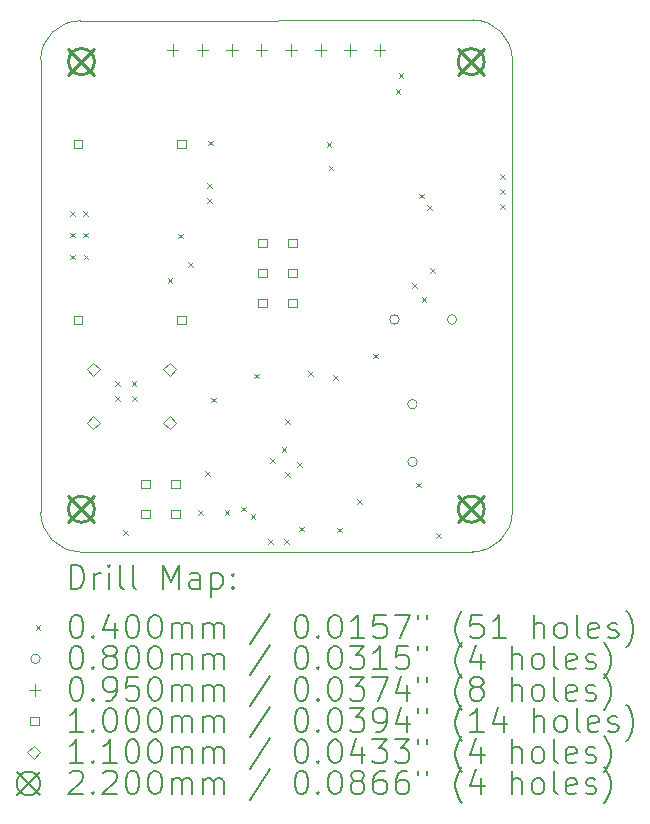
<source format=gbr>
%TF.GenerationSoftware,KiCad,Pcbnew,(6.0.9)*%
%TF.CreationDate,2023-01-15T18:08:33+00:00*%
%TF.ProjectId,CanBus-Radio-VAG,43616e42-7573-42d5-9261-64696f2d5641,1.0*%
%TF.SameCoordinates,Original*%
%TF.FileFunction,Drillmap*%
%TF.FilePolarity,Positive*%
%FSLAX45Y45*%
G04 Gerber Fmt 4.5, Leading zero omitted, Abs format (unit mm)*
G04 Created by KiCad (PCBNEW (6.0.9)) date 2023-01-15 18:08:33*
%MOMM*%
%LPD*%
G01*
G04 APERTURE LIST*
%ADD10C,0.050000*%
%ADD11C,0.200000*%
%ADD12C,0.040000*%
%ADD13C,0.080000*%
%ADD14C,0.095000*%
%ADD15C,0.100000*%
%ADD16C,0.110000*%
%ADD17C,0.220000*%
G04 APERTURE END LIST*
D10*
X10661650Y-9499600D02*
G75*
G03*
X10998140Y-9169399I0J336550D01*
G01*
X7004050Y-9163050D02*
G75*
G03*
X7334251Y-9499540I336550J0D01*
G01*
X10998200Y-5334000D02*
G75*
G03*
X10667999Y-4997510I-336550J0D01*
G01*
X7340600Y-5003800D02*
G75*
G03*
X7004110Y-5334001I0J-336550D01*
G01*
X7004110Y-5334001D02*
X7004050Y-9163050D01*
X10661650Y-9499600D02*
X7334251Y-9499540D01*
X10998200Y-5334000D02*
X10998140Y-9169399D01*
X7340600Y-5003800D02*
X10668000Y-4997450D01*
D11*
D12*
X7252020Y-6614480D02*
X7292020Y-6654480D01*
X7292020Y-6614480D02*
X7252020Y-6654480D01*
X7252020Y-6797360D02*
X7292020Y-6837360D01*
X7292020Y-6797360D02*
X7252020Y-6837360D01*
X7257100Y-6985320D02*
X7297100Y-7025320D01*
X7297100Y-6985320D02*
X7257100Y-7025320D01*
X7363780Y-6614480D02*
X7403780Y-6654480D01*
X7403780Y-6614480D02*
X7363780Y-6654480D01*
X7363780Y-6797360D02*
X7403780Y-6837360D01*
X7403780Y-6797360D02*
X7363780Y-6837360D01*
X7368860Y-6985320D02*
X7408860Y-7025320D01*
X7408860Y-6985320D02*
X7368860Y-7025320D01*
X7638100Y-8057200D02*
X7678100Y-8097200D01*
X7678100Y-8057200D02*
X7638100Y-8097200D01*
X7638100Y-8184200D02*
X7678100Y-8224200D01*
X7678100Y-8184200D02*
X7638100Y-8224200D01*
X7704140Y-9317040D02*
X7744140Y-9357040D01*
X7744140Y-9317040D02*
X7704140Y-9357040D01*
X7775260Y-8057200D02*
X7815260Y-8097200D01*
X7815260Y-8057200D02*
X7775260Y-8097200D01*
X7780340Y-8184200D02*
X7820340Y-8224200D01*
X7820340Y-8184200D02*
X7780340Y-8224200D01*
X8080060Y-7183440D02*
X8120060Y-7223440D01*
X8120060Y-7183440D02*
X8080060Y-7223440D01*
X8166420Y-6807520D02*
X8206420Y-6847520D01*
X8206420Y-6807520D02*
X8166420Y-6847520D01*
X8252780Y-7046280D02*
X8292780Y-7086280D01*
X8292780Y-7046280D02*
X8252780Y-7086280D01*
X8339140Y-9149400D02*
X8379140Y-9189400D01*
X8379140Y-9149400D02*
X8339140Y-9189400D01*
X8400016Y-8819284D02*
X8440016Y-8859284D01*
X8440016Y-8819284D02*
X8400016Y-8859284D01*
X8415340Y-6380800D02*
X8455340Y-6420800D01*
X8455340Y-6380800D02*
X8415340Y-6420800D01*
X8415340Y-6504319D02*
X8455340Y-6544319D01*
X8455340Y-6504319D02*
X8415340Y-6544319D01*
X8423901Y-6019783D02*
X8463901Y-6059783D01*
X8463901Y-6019783D02*
X8423901Y-6059783D01*
X8450900Y-8194360D02*
X8490900Y-8234360D01*
X8490900Y-8194360D02*
X8450900Y-8234360D01*
X8562660Y-9149400D02*
X8602660Y-9189400D01*
X8602660Y-9149400D02*
X8562660Y-9189400D01*
X8699820Y-9118920D02*
X8739820Y-9158920D01*
X8739820Y-9118920D02*
X8699820Y-9158920D01*
X8782321Y-9180378D02*
X8822321Y-9220378D01*
X8822321Y-9180378D02*
X8782321Y-9220378D01*
X8811580Y-7991160D02*
X8851580Y-8031160D01*
X8851580Y-7991160D02*
X8811580Y-8031160D01*
X8933500Y-9393240D02*
X8973500Y-9433240D01*
X8973500Y-9393240D02*
X8933500Y-9433240D01*
X8948740Y-8707440D02*
X8988740Y-8747440D01*
X8988740Y-8707440D02*
X8948740Y-8747440D01*
X9045260Y-8616000D02*
X9085260Y-8656000D01*
X9085260Y-8616000D02*
X9045260Y-8656000D01*
X9067042Y-9394702D02*
X9107042Y-9434702D01*
X9107042Y-9394702D02*
X9067042Y-9434702D01*
X9075740Y-8377240D02*
X9115740Y-8417240D01*
X9115740Y-8377240D02*
X9075740Y-8417240D01*
X9075740Y-8824280D02*
X9115740Y-8864280D01*
X9115740Y-8824280D02*
X9075740Y-8864280D01*
X9177340Y-8743000D02*
X9217340Y-8783000D01*
X9217340Y-8743000D02*
X9177340Y-8783000D01*
X9192580Y-9286560D02*
X9232580Y-9326560D01*
X9232580Y-9286560D02*
X9192580Y-9326560D01*
X9272360Y-7969339D02*
X9312360Y-8009339D01*
X9312360Y-7969339D02*
X9272360Y-8009339D01*
X9426260Y-6030280D02*
X9466260Y-6070280D01*
X9466260Y-6030280D02*
X9426260Y-6070280D01*
X9441884Y-6230281D02*
X9481884Y-6270281D01*
X9481884Y-6230281D02*
X9441884Y-6270281D01*
X9482140Y-8006400D02*
X9522140Y-8046400D01*
X9522140Y-8006400D02*
X9482140Y-8046400D01*
X9512620Y-9296720D02*
X9552620Y-9336720D01*
X9552620Y-9296720D02*
X9512620Y-9336720D01*
X9685340Y-9052880D02*
X9725340Y-9092880D01*
X9725340Y-9052880D02*
X9685340Y-9092880D01*
X9822500Y-7822161D02*
X9862500Y-7862161D01*
X9862500Y-7822161D02*
X9822500Y-7862161D01*
X10010460Y-5583240D02*
X10050460Y-5623240D01*
X10050460Y-5583240D02*
X10010460Y-5623240D01*
X10035860Y-5446080D02*
X10075860Y-5486080D01*
X10075860Y-5446080D02*
X10035860Y-5486080D01*
X10147620Y-7224080D02*
X10187620Y-7264080D01*
X10187620Y-7224080D02*
X10147620Y-7264080D01*
X10183180Y-8915720D02*
X10223180Y-8955720D01*
X10223180Y-8915720D02*
X10183180Y-8955720D01*
X10208580Y-6467160D02*
X10248580Y-6507160D01*
X10248580Y-6467160D02*
X10208580Y-6507160D01*
X10230120Y-7346000D02*
X10270120Y-7386000D01*
X10270120Y-7346000D02*
X10230120Y-7386000D01*
X10274620Y-6563680D02*
X10314620Y-6603680D01*
X10314620Y-6563680D02*
X10274620Y-6603680D01*
X10300020Y-7097080D02*
X10340020Y-7137080D01*
X10340020Y-7097080D02*
X10300020Y-7137080D01*
X10355900Y-9342440D02*
X10395900Y-9382440D01*
X10395900Y-9342440D02*
X10355900Y-9382440D01*
X10894380Y-6304600D02*
X10934380Y-6344600D01*
X10934380Y-6304600D02*
X10894380Y-6344600D01*
X10894380Y-6431600D02*
X10934380Y-6471600D01*
X10934380Y-6431600D02*
X10894380Y-6471600D01*
X10894380Y-6558600D02*
X10934380Y-6598600D01*
X10934380Y-6558600D02*
X10894380Y-6598600D01*
D13*
X10039660Y-7533640D02*
G75*
G03*
X10039660Y-7533640I-40000J0D01*
G01*
X10192380Y-8249920D02*
G75*
G03*
X10192380Y-8249920I-40000J0D01*
G01*
X10192380Y-8737920D02*
G75*
G03*
X10192380Y-8737920I-40000J0D01*
G01*
X10527660Y-7533640D02*
G75*
G03*
X10527660Y-7533640I-40000J0D01*
G01*
D14*
X8124250Y-5203950D02*
X8124250Y-5298950D01*
X8076750Y-5251450D02*
X8171750Y-5251450D01*
X8374250Y-5203950D02*
X8374250Y-5298950D01*
X8326750Y-5251450D02*
X8421750Y-5251450D01*
X8624250Y-5203950D02*
X8624250Y-5298950D01*
X8576750Y-5251450D02*
X8671750Y-5251450D01*
X8874250Y-5203950D02*
X8874250Y-5298950D01*
X8826750Y-5251450D02*
X8921750Y-5251450D01*
X9124250Y-5203950D02*
X9124250Y-5298950D01*
X9076750Y-5251450D02*
X9171750Y-5251450D01*
X9374250Y-5203950D02*
X9374250Y-5298950D01*
X9326750Y-5251450D02*
X9421750Y-5251450D01*
X9624250Y-5203950D02*
X9624250Y-5298950D01*
X9576750Y-5251450D02*
X9671750Y-5251450D01*
X9874250Y-5203950D02*
X9874250Y-5298950D01*
X9826750Y-5251450D02*
X9921750Y-5251450D01*
D15*
X7358206Y-6080556D02*
X7358206Y-6009844D01*
X7287494Y-6009844D01*
X7287494Y-6080556D01*
X7358206Y-6080556D01*
X7358206Y-7570556D02*
X7358206Y-7499844D01*
X7287494Y-7499844D01*
X7287494Y-7570556D01*
X7358206Y-7570556D01*
X7928406Y-8963456D02*
X7928406Y-8892744D01*
X7857694Y-8892744D01*
X7857694Y-8963456D01*
X7928406Y-8963456D01*
X7928406Y-9217456D02*
X7928406Y-9146744D01*
X7857694Y-9146744D01*
X7857694Y-9217456D01*
X7928406Y-9217456D01*
X8182406Y-8963456D02*
X8182406Y-8892744D01*
X8111694Y-8892744D01*
X8111694Y-8963456D01*
X8182406Y-8963456D01*
X8182406Y-9217456D02*
X8182406Y-9146744D01*
X8111694Y-9146744D01*
X8111694Y-9217456D01*
X8182406Y-9217456D01*
X8233206Y-6080556D02*
X8233206Y-6009844D01*
X8162494Y-6009844D01*
X8162494Y-6080556D01*
X8233206Y-6080556D01*
X8233206Y-7570556D02*
X8233206Y-7499844D01*
X8162494Y-7499844D01*
X8162494Y-7570556D01*
X8233206Y-7570556D01*
X8919006Y-6918756D02*
X8919006Y-6848044D01*
X8848294Y-6848044D01*
X8848294Y-6918756D01*
X8919006Y-6918756D01*
X8919006Y-7172756D02*
X8919006Y-7102044D01*
X8848294Y-7102044D01*
X8848294Y-7172756D01*
X8919006Y-7172756D01*
X8919006Y-7426756D02*
X8919006Y-7356044D01*
X8848294Y-7356044D01*
X8848294Y-7426756D01*
X8919006Y-7426756D01*
X9173006Y-6918756D02*
X9173006Y-6848044D01*
X9102294Y-6848044D01*
X9102294Y-6918756D01*
X9173006Y-6918756D01*
X9173006Y-7172756D02*
X9173006Y-7102044D01*
X9102294Y-7102044D01*
X9102294Y-7172756D01*
X9173006Y-7172756D01*
X9173006Y-7426756D02*
X9173006Y-7356044D01*
X9102294Y-7356044D01*
X9102294Y-7426756D01*
X9173006Y-7426756D01*
D16*
X7448550Y-8011550D02*
X7503550Y-7956550D01*
X7448550Y-7901550D01*
X7393550Y-7956550D01*
X7448550Y-8011550D01*
X7448550Y-8461550D02*
X7503550Y-8406550D01*
X7448550Y-8351550D01*
X7393550Y-8406550D01*
X7448550Y-8461550D01*
X8098550Y-8011550D02*
X8153550Y-7956550D01*
X8098550Y-7901550D01*
X8043550Y-7956550D01*
X8098550Y-8011550D01*
X8098550Y-8461550D02*
X8153550Y-8406550D01*
X8098550Y-8351550D01*
X8043550Y-8406550D01*
X8098550Y-8461550D01*
D17*
X7240000Y-5240000D02*
X7460000Y-5460000D01*
X7460000Y-5240000D02*
X7240000Y-5460000D01*
X7460000Y-5350000D02*
G75*
G03*
X7460000Y-5350000I-110000J0D01*
G01*
X7240000Y-9030000D02*
X7460000Y-9250000D01*
X7460000Y-9030000D02*
X7240000Y-9250000D01*
X7460000Y-9140000D02*
G75*
G03*
X7460000Y-9140000I-110000J0D01*
G01*
X10540000Y-5240000D02*
X10760000Y-5460000D01*
X10760000Y-5240000D02*
X10540000Y-5460000D01*
X10760000Y-5350000D02*
G75*
G03*
X10760000Y-5350000I-110000J0D01*
G01*
X10540000Y-9030000D02*
X10760000Y-9250000D01*
X10760000Y-9030000D02*
X10540000Y-9250000D01*
X10760000Y-9140000D02*
G75*
G03*
X10760000Y-9140000I-110000J0D01*
G01*
D11*
X7259169Y-9812576D02*
X7259169Y-9612576D01*
X7306788Y-9612576D01*
X7335359Y-9622100D01*
X7354407Y-9641148D01*
X7363931Y-9660195D01*
X7373455Y-9698290D01*
X7373455Y-9726862D01*
X7363931Y-9764957D01*
X7354407Y-9784005D01*
X7335359Y-9803052D01*
X7306788Y-9812576D01*
X7259169Y-9812576D01*
X7459169Y-9812576D02*
X7459169Y-9679243D01*
X7459169Y-9717338D02*
X7468693Y-9698290D01*
X7478217Y-9688767D01*
X7497264Y-9679243D01*
X7516312Y-9679243D01*
X7582978Y-9812576D02*
X7582978Y-9679243D01*
X7582978Y-9612576D02*
X7573455Y-9622100D01*
X7582978Y-9631624D01*
X7592502Y-9622100D01*
X7582978Y-9612576D01*
X7582978Y-9631624D01*
X7706788Y-9812576D02*
X7687740Y-9803052D01*
X7678217Y-9784005D01*
X7678217Y-9612576D01*
X7811550Y-9812576D02*
X7792502Y-9803052D01*
X7782978Y-9784005D01*
X7782978Y-9612576D01*
X8040121Y-9812576D02*
X8040121Y-9612576D01*
X8106788Y-9755433D01*
X8173455Y-9612576D01*
X8173455Y-9812576D01*
X8354407Y-9812576D02*
X8354407Y-9707814D01*
X8344883Y-9688767D01*
X8325836Y-9679243D01*
X8287740Y-9679243D01*
X8268693Y-9688767D01*
X8354407Y-9803052D02*
X8335359Y-9812576D01*
X8287740Y-9812576D01*
X8268693Y-9803052D01*
X8259169Y-9784005D01*
X8259169Y-9764957D01*
X8268693Y-9745910D01*
X8287740Y-9736386D01*
X8335359Y-9736386D01*
X8354407Y-9726862D01*
X8449645Y-9679243D02*
X8449645Y-9879243D01*
X8449645Y-9688767D02*
X8468693Y-9679243D01*
X8506788Y-9679243D01*
X8525836Y-9688767D01*
X8535360Y-9698290D01*
X8544883Y-9717338D01*
X8544883Y-9774481D01*
X8535360Y-9793529D01*
X8525836Y-9803052D01*
X8506788Y-9812576D01*
X8468693Y-9812576D01*
X8449645Y-9803052D01*
X8630598Y-9793529D02*
X8640121Y-9803052D01*
X8630598Y-9812576D01*
X8621074Y-9803052D01*
X8630598Y-9793529D01*
X8630598Y-9812576D01*
X8630598Y-9688767D02*
X8640121Y-9698290D01*
X8630598Y-9707814D01*
X8621074Y-9698290D01*
X8630598Y-9688767D01*
X8630598Y-9707814D01*
D12*
X6961550Y-10122100D02*
X7001550Y-10162100D01*
X7001550Y-10122100D02*
X6961550Y-10162100D01*
D11*
X7297264Y-10032576D02*
X7316312Y-10032576D01*
X7335359Y-10042100D01*
X7344883Y-10051624D01*
X7354407Y-10070671D01*
X7363931Y-10108767D01*
X7363931Y-10156386D01*
X7354407Y-10194481D01*
X7344883Y-10213529D01*
X7335359Y-10223052D01*
X7316312Y-10232576D01*
X7297264Y-10232576D01*
X7278217Y-10223052D01*
X7268693Y-10213529D01*
X7259169Y-10194481D01*
X7249645Y-10156386D01*
X7249645Y-10108767D01*
X7259169Y-10070671D01*
X7268693Y-10051624D01*
X7278217Y-10042100D01*
X7297264Y-10032576D01*
X7449645Y-10213529D02*
X7459169Y-10223052D01*
X7449645Y-10232576D01*
X7440121Y-10223052D01*
X7449645Y-10213529D01*
X7449645Y-10232576D01*
X7630598Y-10099243D02*
X7630598Y-10232576D01*
X7582978Y-10023052D02*
X7535359Y-10165910D01*
X7659169Y-10165910D01*
X7773455Y-10032576D02*
X7792502Y-10032576D01*
X7811550Y-10042100D01*
X7821074Y-10051624D01*
X7830598Y-10070671D01*
X7840121Y-10108767D01*
X7840121Y-10156386D01*
X7830598Y-10194481D01*
X7821074Y-10213529D01*
X7811550Y-10223052D01*
X7792502Y-10232576D01*
X7773455Y-10232576D01*
X7754407Y-10223052D01*
X7744883Y-10213529D01*
X7735359Y-10194481D01*
X7725836Y-10156386D01*
X7725836Y-10108767D01*
X7735359Y-10070671D01*
X7744883Y-10051624D01*
X7754407Y-10042100D01*
X7773455Y-10032576D01*
X7963931Y-10032576D02*
X7982978Y-10032576D01*
X8002026Y-10042100D01*
X8011550Y-10051624D01*
X8021074Y-10070671D01*
X8030598Y-10108767D01*
X8030598Y-10156386D01*
X8021074Y-10194481D01*
X8011550Y-10213529D01*
X8002026Y-10223052D01*
X7982978Y-10232576D01*
X7963931Y-10232576D01*
X7944883Y-10223052D01*
X7935359Y-10213529D01*
X7925836Y-10194481D01*
X7916312Y-10156386D01*
X7916312Y-10108767D01*
X7925836Y-10070671D01*
X7935359Y-10051624D01*
X7944883Y-10042100D01*
X7963931Y-10032576D01*
X8116312Y-10232576D02*
X8116312Y-10099243D01*
X8116312Y-10118290D02*
X8125836Y-10108767D01*
X8144883Y-10099243D01*
X8173455Y-10099243D01*
X8192502Y-10108767D01*
X8202026Y-10127814D01*
X8202026Y-10232576D01*
X8202026Y-10127814D02*
X8211550Y-10108767D01*
X8230598Y-10099243D01*
X8259169Y-10099243D01*
X8278217Y-10108767D01*
X8287740Y-10127814D01*
X8287740Y-10232576D01*
X8382978Y-10232576D02*
X8382978Y-10099243D01*
X8382978Y-10118290D02*
X8392502Y-10108767D01*
X8411550Y-10099243D01*
X8440121Y-10099243D01*
X8459169Y-10108767D01*
X8468693Y-10127814D01*
X8468693Y-10232576D01*
X8468693Y-10127814D02*
X8478217Y-10108767D01*
X8497264Y-10099243D01*
X8525836Y-10099243D01*
X8544883Y-10108767D01*
X8554407Y-10127814D01*
X8554407Y-10232576D01*
X8944883Y-10023052D02*
X8773455Y-10280195D01*
X9202026Y-10032576D02*
X9221074Y-10032576D01*
X9240121Y-10042100D01*
X9249645Y-10051624D01*
X9259169Y-10070671D01*
X9268693Y-10108767D01*
X9268693Y-10156386D01*
X9259169Y-10194481D01*
X9249645Y-10213529D01*
X9240121Y-10223052D01*
X9221074Y-10232576D01*
X9202026Y-10232576D01*
X9182979Y-10223052D01*
X9173455Y-10213529D01*
X9163931Y-10194481D01*
X9154407Y-10156386D01*
X9154407Y-10108767D01*
X9163931Y-10070671D01*
X9173455Y-10051624D01*
X9182979Y-10042100D01*
X9202026Y-10032576D01*
X9354407Y-10213529D02*
X9363931Y-10223052D01*
X9354407Y-10232576D01*
X9344883Y-10223052D01*
X9354407Y-10213529D01*
X9354407Y-10232576D01*
X9487740Y-10032576D02*
X9506788Y-10032576D01*
X9525836Y-10042100D01*
X9535360Y-10051624D01*
X9544883Y-10070671D01*
X9554407Y-10108767D01*
X9554407Y-10156386D01*
X9544883Y-10194481D01*
X9535360Y-10213529D01*
X9525836Y-10223052D01*
X9506788Y-10232576D01*
X9487740Y-10232576D01*
X9468693Y-10223052D01*
X9459169Y-10213529D01*
X9449645Y-10194481D01*
X9440121Y-10156386D01*
X9440121Y-10108767D01*
X9449645Y-10070671D01*
X9459169Y-10051624D01*
X9468693Y-10042100D01*
X9487740Y-10032576D01*
X9744883Y-10232576D02*
X9630598Y-10232576D01*
X9687740Y-10232576D02*
X9687740Y-10032576D01*
X9668693Y-10061148D01*
X9649645Y-10080195D01*
X9630598Y-10089719D01*
X9925836Y-10032576D02*
X9830598Y-10032576D01*
X9821074Y-10127814D01*
X9830598Y-10118290D01*
X9849645Y-10108767D01*
X9897264Y-10108767D01*
X9916312Y-10118290D01*
X9925836Y-10127814D01*
X9935360Y-10146862D01*
X9935360Y-10194481D01*
X9925836Y-10213529D01*
X9916312Y-10223052D01*
X9897264Y-10232576D01*
X9849645Y-10232576D01*
X9830598Y-10223052D01*
X9821074Y-10213529D01*
X10002026Y-10032576D02*
X10135360Y-10032576D01*
X10049645Y-10232576D01*
X10202026Y-10032576D02*
X10202026Y-10070671D01*
X10278217Y-10032576D02*
X10278217Y-10070671D01*
X10573455Y-10308767D02*
X10563931Y-10299243D01*
X10544883Y-10270671D01*
X10535360Y-10251624D01*
X10525836Y-10223052D01*
X10516312Y-10175433D01*
X10516312Y-10137338D01*
X10525836Y-10089719D01*
X10535360Y-10061148D01*
X10544883Y-10042100D01*
X10563931Y-10013529D01*
X10573455Y-10004005D01*
X10744883Y-10032576D02*
X10649645Y-10032576D01*
X10640121Y-10127814D01*
X10649645Y-10118290D01*
X10668693Y-10108767D01*
X10716312Y-10108767D01*
X10735360Y-10118290D01*
X10744883Y-10127814D01*
X10754407Y-10146862D01*
X10754407Y-10194481D01*
X10744883Y-10213529D01*
X10735360Y-10223052D01*
X10716312Y-10232576D01*
X10668693Y-10232576D01*
X10649645Y-10223052D01*
X10640121Y-10213529D01*
X10944883Y-10232576D02*
X10830598Y-10232576D01*
X10887740Y-10232576D02*
X10887740Y-10032576D01*
X10868693Y-10061148D01*
X10849645Y-10080195D01*
X10830598Y-10089719D01*
X11182979Y-10232576D02*
X11182979Y-10032576D01*
X11268693Y-10232576D02*
X11268693Y-10127814D01*
X11259169Y-10108767D01*
X11240121Y-10099243D01*
X11211550Y-10099243D01*
X11192502Y-10108767D01*
X11182979Y-10118290D01*
X11392502Y-10232576D02*
X11373455Y-10223052D01*
X11363931Y-10213529D01*
X11354407Y-10194481D01*
X11354407Y-10137338D01*
X11363931Y-10118290D01*
X11373455Y-10108767D01*
X11392502Y-10099243D01*
X11421074Y-10099243D01*
X11440121Y-10108767D01*
X11449645Y-10118290D01*
X11459169Y-10137338D01*
X11459169Y-10194481D01*
X11449645Y-10213529D01*
X11440121Y-10223052D01*
X11421074Y-10232576D01*
X11392502Y-10232576D01*
X11573455Y-10232576D02*
X11554407Y-10223052D01*
X11544883Y-10204005D01*
X11544883Y-10032576D01*
X11725836Y-10223052D02*
X11706788Y-10232576D01*
X11668693Y-10232576D01*
X11649645Y-10223052D01*
X11640121Y-10204005D01*
X11640121Y-10127814D01*
X11649645Y-10108767D01*
X11668693Y-10099243D01*
X11706788Y-10099243D01*
X11725836Y-10108767D01*
X11735359Y-10127814D01*
X11735359Y-10146862D01*
X11640121Y-10165910D01*
X11811550Y-10223052D02*
X11830598Y-10232576D01*
X11868693Y-10232576D01*
X11887740Y-10223052D01*
X11897264Y-10204005D01*
X11897264Y-10194481D01*
X11887740Y-10175433D01*
X11868693Y-10165910D01*
X11840121Y-10165910D01*
X11821074Y-10156386D01*
X11811550Y-10137338D01*
X11811550Y-10127814D01*
X11821074Y-10108767D01*
X11840121Y-10099243D01*
X11868693Y-10099243D01*
X11887740Y-10108767D01*
X11963931Y-10308767D02*
X11973455Y-10299243D01*
X11992502Y-10270671D01*
X12002026Y-10251624D01*
X12011550Y-10223052D01*
X12021074Y-10175433D01*
X12021074Y-10137338D01*
X12011550Y-10089719D01*
X12002026Y-10061148D01*
X11992502Y-10042100D01*
X11973455Y-10013529D01*
X11963931Y-10004005D01*
D13*
X7001550Y-10406100D02*
G75*
G03*
X7001550Y-10406100I-40000J0D01*
G01*
D11*
X7297264Y-10296576D02*
X7316312Y-10296576D01*
X7335359Y-10306100D01*
X7344883Y-10315624D01*
X7354407Y-10334671D01*
X7363931Y-10372767D01*
X7363931Y-10420386D01*
X7354407Y-10458481D01*
X7344883Y-10477529D01*
X7335359Y-10487052D01*
X7316312Y-10496576D01*
X7297264Y-10496576D01*
X7278217Y-10487052D01*
X7268693Y-10477529D01*
X7259169Y-10458481D01*
X7249645Y-10420386D01*
X7249645Y-10372767D01*
X7259169Y-10334671D01*
X7268693Y-10315624D01*
X7278217Y-10306100D01*
X7297264Y-10296576D01*
X7449645Y-10477529D02*
X7459169Y-10487052D01*
X7449645Y-10496576D01*
X7440121Y-10487052D01*
X7449645Y-10477529D01*
X7449645Y-10496576D01*
X7573455Y-10382290D02*
X7554407Y-10372767D01*
X7544883Y-10363243D01*
X7535359Y-10344195D01*
X7535359Y-10334671D01*
X7544883Y-10315624D01*
X7554407Y-10306100D01*
X7573455Y-10296576D01*
X7611550Y-10296576D01*
X7630598Y-10306100D01*
X7640121Y-10315624D01*
X7649645Y-10334671D01*
X7649645Y-10344195D01*
X7640121Y-10363243D01*
X7630598Y-10372767D01*
X7611550Y-10382290D01*
X7573455Y-10382290D01*
X7554407Y-10391814D01*
X7544883Y-10401338D01*
X7535359Y-10420386D01*
X7535359Y-10458481D01*
X7544883Y-10477529D01*
X7554407Y-10487052D01*
X7573455Y-10496576D01*
X7611550Y-10496576D01*
X7630598Y-10487052D01*
X7640121Y-10477529D01*
X7649645Y-10458481D01*
X7649645Y-10420386D01*
X7640121Y-10401338D01*
X7630598Y-10391814D01*
X7611550Y-10382290D01*
X7773455Y-10296576D02*
X7792502Y-10296576D01*
X7811550Y-10306100D01*
X7821074Y-10315624D01*
X7830598Y-10334671D01*
X7840121Y-10372767D01*
X7840121Y-10420386D01*
X7830598Y-10458481D01*
X7821074Y-10477529D01*
X7811550Y-10487052D01*
X7792502Y-10496576D01*
X7773455Y-10496576D01*
X7754407Y-10487052D01*
X7744883Y-10477529D01*
X7735359Y-10458481D01*
X7725836Y-10420386D01*
X7725836Y-10372767D01*
X7735359Y-10334671D01*
X7744883Y-10315624D01*
X7754407Y-10306100D01*
X7773455Y-10296576D01*
X7963931Y-10296576D02*
X7982978Y-10296576D01*
X8002026Y-10306100D01*
X8011550Y-10315624D01*
X8021074Y-10334671D01*
X8030598Y-10372767D01*
X8030598Y-10420386D01*
X8021074Y-10458481D01*
X8011550Y-10477529D01*
X8002026Y-10487052D01*
X7982978Y-10496576D01*
X7963931Y-10496576D01*
X7944883Y-10487052D01*
X7935359Y-10477529D01*
X7925836Y-10458481D01*
X7916312Y-10420386D01*
X7916312Y-10372767D01*
X7925836Y-10334671D01*
X7935359Y-10315624D01*
X7944883Y-10306100D01*
X7963931Y-10296576D01*
X8116312Y-10496576D02*
X8116312Y-10363243D01*
X8116312Y-10382290D02*
X8125836Y-10372767D01*
X8144883Y-10363243D01*
X8173455Y-10363243D01*
X8192502Y-10372767D01*
X8202026Y-10391814D01*
X8202026Y-10496576D01*
X8202026Y-10391814D02*
X8211550Y-10372767D01*
X8230598Y-10363243D01*
X8259169Y-10363243D01*
X8278217Y-10372767D01*
X8287740Y-10391814D01*
X8287740Y-10496576D01*
X8382978Y-10496576D02*
X8382978Y-10363243D01*
X8382978Y-10382290D02*
X8392502Y-10372767D01*
X8411550Y-10363243D01*
X8440121Y-10363243D01*
X8459169Y-10372767D01*
X8468693Y-10391814D01*
X8468693Y-10496576D01*
X8468693Y-10391814D02*
X8478217Y-10372767D01*
X8497264Y-10363243D01*
X8525836Y-10363243D01*
X8544883Y-10372767D01*
X8554407Y-10391814D01*
X8554407Y-10496576D01*
X8944883Y-10287052D02*
X8773455Y-10544195D01*
X9202026Y-10296576D02*
X9221074Y-10296576D01*
X9240121Y-10306100D01*
X9249645Y-10315624D01*
X9259169Y-10334671D01*
X9268693Y-10372767D01*
X9268693Y-10420386D01*
X9259169Y-10458481D01*
X9249645Y-10477529D01*
X9240121Y-10487052D01*
X9221074Y-10496576D01*
X9202026Y-10496576D01*
X9182979Y-10487052D01*
X9173455Y-10477529D01*
X9163931Y-10458481D01*
X9154407Y-10420386D01*
X9154407Y-10372767D01*
X9163931Y-10334671D01*
X9173455Y-10315624D01*
X9182979Y-10306100D01*
X9202026Y-10296576D01*
X9354407Y-10477529D02*
X9363931Y-10487052D01*
X9354407Y-10496576D01*
X9344883Y-10487052D01*
X9354407Y-10477529D01*
X9354407Y-10496576D01*
X9487740Y-10296576D02*
X9506788Y-10296576D01*
X9525836Y-10306100D01*
X9535360Y-10315624D01*
X9544883Y-10334671D01*
X9554407Y-10372767D01*
X9554407Y-10420386D01*
X9544883Y-10458481D01*
X9535360Y-10477529D01*
X9525836Y-10487052D01*
X9506788Y-10496576D01*
X9487740Y-10496576D01*
X9468693Y-10487052D01*
X9459169Y-10477529D01*
X9449645Y-10458481D01*
X9440121Y-10420386D01*
X9440121Y-10372767D01*
X9449645Y-10334671D01*
X9459169Y-10315624D01*
X9468693Y-10306100D01*
X9487740Y-10296576D01*
X9621074Y-10296576D02*
X9744883Y-10296576D01*
X9678217Y-10372767D01*
X9706788Y-10372767D01*
X9725836Y-10382290D01*
X9735360Y-10391814D01*
X9744883Y-10410862D01*
X9744883Y-10458481D01*
X9735360Y-10477529D01*
X9725836Y-10487052D01*
X9706788Y-10496576D01*
X9649645Y-10496576D01*
X9630598Y-10487052D01*
X9621074Y-10477529D01*
X9935360Y-10496576D02*
X9821074Y-10496576D01*
X9878217Y-10496576D02*
X9878217Y-10296576D01*
X9859169Y-10325148D01*
X9840121Y-10344195D01*
X9821074Y-10353719D01*
X10116312Y-10296576D02*
X10021074Y-10296576D01*
X10011550Y-10391814D01*
X10021074Y-10382290D01*
X10040121Y-10372767D01*
X10087740Y-10372767D01*
X10106788Y-10382290D01*
X10116312Y-10391814D01*
X10125836Y-10410862D01*
X10125836Y-10458481D01*
X10116312Y-10477529D01*
X10106788Y-10487052D01*
X10087740Y-10496576D01*
X10040121Y-10496576D01*
X10021074Y-10487052D01*
X10011550Y-10477529D01*
X10202026Y-10296576D02*
X10202026Y-10334671D01*
X10278217Y-10296576D02*
X10278217Y-10334671D01*
X10573455Y-10572767D02*
X10563931Y-10563243D01*
X10544883Y-10534671D01*
X10535360Y-10515624D01*
X10525836Y-10487052D01*
X10516312Y-10439433D01*
X10516312Y-10401338D01*
X10525836Y-10353719D01*
X10535360Y-10325148D01*
X10544883Y-10306100D01*
X10563931Y-10277529D01*
X10573455Y-10268005D01*
X10735360Y-10363243D02*
X10735360Y-10496576D01*
X10687740Y-10287052D02*
X10640121Y-10429910D01*
X10763931Y-10429910D01*
X10992502Y-10496576D02*
X10992502Y-10296576D01*
X11078217Y-10496576D02*
X11078217Y-10391814D01*
X11068693Y-10372767D01*
X11049645Y-10363243D01*
X11021074Y-10363243D01*
X11002026Y-10372767D01*
X10992502Y-10382290D01*
X11202026Y-10496576D02*
X11182979Y-10487052D01*
X11173455Y-10477529D01*
X11163931Y-10458481D01*
X11163931Y-10401338D01*
X11173455Y-10382290D01*
X11182979Y-10372767D01*
X11202026Y-10363243D01*
X11230598Y-10363243D01*
X11249645Y-10372767D01*
X11259169Y-10382290D01*
X11268693Y-10401338D01*
X11268693Y-10458481D01*
X11259169Y-10477529D01*
X11249645Y-10487052D01*
X11230598Y-10496576D01*
X11202026Y-10496576D01*
X11382978Y-10496576D02*
X11363931Y-10487052D01*
X11354407Y-10468005D01*
X11354407Y-10296576D01*
X11535359Y-10487052D02*
X11516312Y-10496576D01*
X11478217Y-10496576D01*
X11459169Y-10487052D01*
X11449645Y-10468005D01*
X11449645Y-10391814D01*
X11459169Y-10372767D01*
X11478217Y-10363243D01*
X11516312Y-10363243D01*
X11535359Y-10372767D01*
X11544883Y-10391814D01*
X11544883Y-10410862D01*
X11449645Y-10429910D01*
X11621074Y-10487052D02*
X11640121Y-10496576D01*
X11678217Y-10496576D01*
X11697264Y-10487052D01*
X11706788Y-10468005D01*
X11706788Y-10458481D01*
X11697264Y-10439433D01*
X11678217Y-10429910D01*
X11649645Y-10429910D01*
X11630598Y-10420386D01*
X11621074Y-10401338D01*
X11621074Y-10391814D01*
X11630598Y-10372767D01*
X11649645Y-10363243D01*
X11678217Y-10363243D01*
X11697264Y-10372767D01*
X11773455Y-10572767D02*
X11782978Y-10563243D01*
X11802026Y-10534671D01*
X11811550Y-10515624D01*
X11821074Y-10487052D01*
X11830598Y-10439433D01*
X11830598Y-10401338D01*
X11821074Y-10353719D01*
X11811550Y-10325148D01*
X11802026Y-10306100D01*
X11782978Y-10277529D01*
X11773455Y-10268005D01*
D14*
X6954050Y-10622600D02*
X6954050Y-10717600D01*
X6906550Y-10670100D02*
X7001550Y-10670100D01*
D11*
X7297264Y-10560576D02*
X7316312Y-10560576D01*
X7335359Y-10570100D01*
X7344883Y-10579624D01*
X7354407Y-10598671D01*
X7363931Y-10636767D01*
X7363931Y-10684386D01*
X7354407Y-10722481D01*
X7344883Y-10741529D01*
X7335359Y-10751052D01*
X7316312Y-10760576D01*
X7297264Y-10760576D01*
X7278217Y-10751052D01*
X7268693Y-10741529D01*
X7259169Y-10722481D01*
X7249645Y-10684386D01*
X7249645Y-10636767D01*
X7259169Y-10598671D01*
X7268693Y-10579624D01*
X7278217Y-10570100D01*
X7297264Y-10560576D01*
X7449645Y-10741529D02*
X7459169Y-10751052D01*
X7449645Y-10760576D01*
X7440121Y-10751052D01*
X7449645Y-10741529D01*
X7449645Y-10760576D01*
X7554407Y-10760576D02*
X7592502Y-10760576D01*
X7611550Y-10751052D01*
X7621074Y-10741529D01*
X7640121Y-10712957D01*
X7649645Y-10674862D01*
X7649645Y-10598671D01*
X7640121Y-10579624D01*
X7630598Y-10570100D01*
X7611550Y-10560576D01*
X7573455Y-10560576D01*
X7554407Y-10570100D01*
X7544883Y-10579624D01*
X7535359Y-10598671D01*
X7535359Y-10646290D01*
X7544883Y-10665338D01*
X7554407Y-10674862D01*
X7573455Y-10684386D01*
X7611550Y-10684386D01*
X7630598Y-10674862D01*
X7640121Y-10665338D01*
X7649645Y-10646290D01*
X7830598Y-10560576D02*
X7735359Y-10560576D01*
X7725836Y-10655814D01*
X7735359Y-10646290D01*
X7754407Y-10636767D01*
X7802026Y-10636767D01*
X7821074Y-10646290D01*
X7830598Y-10655814D01*
X7840121Y-10674862D01*
X7840121Y-10722481D01*
X7830598Y-10741529D01*
X7821074Y-10751052D01*
X7802026Y-10760576D01*
X7754407Y-10760576D01*
X7735359Y-10751052D01*
X7725836Y-10741529D01*
X7963931Y-10560576D02*
X7982978Y-10560576D01*
X8002026Y-10570100D01*
X8011550Y-10579624D01*
X8021074Y-10598671D01*
X8030598Y-10636767D01*
X8030598Y-10684386D01*
X8021074Y-10722481D01*
X8011550Y-10741529D01*
X8002026Y-10751052D01*
X7982978Y-10760576D01*
X7963931Y-10760576D01*
X7944883Y-10751052D01*
X7935359Y-10741529D01*
X7925836Y-10722481D01*
X7916312Y-10684386D01*
X7916312Y-10636767D01*
X7925836Y-10598671D01*
X7935359Y-10579624D01*
X7944883Y-10570100D01*
X7963931Y-10560576D01*
X8116312Y-10760576D02*
X8116312Y-10627243D01*
X8116312Y-10646290D02*
X8125836Y-10636767D01*
X8144883Y-10627243D01*
X8173455Y-10627243D01*
X8192502Y-10636767D01*
X8202026Y-10655814D01*
X8202026Y-10760576D01*
X8202026Y-10655814D02*
X8211550Y-10636767D01*
X8230598Y-10627243D01*
X8259169Y-10627243D01*
X8278217Y-10636767D01*
X8287740Y-10655814D01*
X8287740Y-10760576D01*
X8382978Y-10760576D02*
X8382978Y-10627243D01*
X8382978Y-10646290D02*
X8392502Y-10636767D01*
X8411550Y-10627243D01*
X8440121Y-10627243D01*
X8459169Y-10636767D01*
X8468693Y-10655814D01*
X8468693Y-10760576D01*
X8468693Y-10655814D02*
X8478217Y-10636767D01*
X8497264Y-10627243D01*
X8525836Y-10627243D01*
X8544883Y-10636767D01*
X8554407Y-10655814D01*
X8554407Y-10760576D01*
X8944883Y-10551052D02*
X8773455Y-10808195D01*
X9202026Y-10560576D02*
X9221074Y-10560576D01*
X9240121Y-10570100D01*
X9249645Y-10579624D01*
X9259169Y-10598671D01*
X9268693Y-10636767D01*
X9268693Y-10684386D01*
X9259169Y-10722481D01*
X9249645Y-10741529D01*
X9240121Y-10751052D01*
X9221074Y-10760576D01*
X9202026Y-10760576D01*
X9182979Y-10751052D01*
X9173455Y-10741529D01*
X9163931Y-10722481D01*
X9154407Y-10684386D01*
X9154407Y-10636767D01*
X9163931Y-10598671D01*
X9173455Y-10579624D01*
X9182979Y-10570100D01*
X9202026Y-10560576D01*
X9354407Y-10741529D02*
X9363931Y-10751052D01*
X9354407Y-10760576D01*
X9344883Y-10751052D01*
X9354407Y-10741529D01*
X9354407Y-10760576D01*
X9487740Y-10560576D02*
X9506788Y-10560576D01*
X9525836Y-10570100D01*
X9535360Y-10579624D01*
X9544883Y-10598671D01*
X9554407Y-10636767D01*
X9554407Y-10684386D01*
X9544883Y-10722481D01*
X9535360Y-10741529D01*
X9525836Y-10751052D01*
X9506788Y-10760576D01*
X9487740Y-10760576D01*
X9468693Y-10751052D01*
X9459169Y-10741529D01*
X9449645Y-10722481D01*
X9440121Y-10684386D01*
X9440121Y-10636767D01*
X9449645Y-10598671D01*
X9459169Y-10579624D01*
X9468693Y-10570100D01*
X9487740Y-10560576D01*
X9621074Y-10560576D02*
X9744883Y-10560576D01*
X9678217Y-10636767D01*
X9706788Y-10636767D01*
X9725836Y-10646290D01*
X9735360Y-10655814D01*
X9744883Y-10674862D01*
X9744883Y-10722481D01*
X9735360Y-10741529D01*
X9725836Y-10751052D01*
X9706788Y-10760576D01*
X9649645Y-10760576D01*
X9630598Y-10751052D01*
X9621074Y-10741529D01*
X9811550Y-10560576D02*
X9944883Y-10560576D01*
X9859169Y-10760576D01*
X10106788Y-10627243D02*
X10106788Y-10760576D01*
X10059169Y-10551052D02*
X10011550Y-10693910D01*
X10135360Y-10693910D01*
X10202026Y-10560576D02*
X10202026Y-10598671D01*
X10278217Y-10560576D02*
X10278217Y-10598671D01*
X10573455Y-10836767D02*
X10563931Y-10827243D01*
X10544883Y-10798671D01*
X10535360Y-10779624D01*
X10525836Y-10751052D01*
X10516312Y-10703433D01*
X10516312Y-10665338D01*
X10525836Y-10617719D01*
X10535360Y-10589148D01*
X10544883Y-10570100D01*
X10563931Y-10541529D01*
X10573455Y-10532005D01*
X10678217Y-10646290D02*
X10659169Y-10636767D01*
X10649645Y-10627243D01*
X10640121Y-10608195D01*
X10640121Y-10598671D01*
X10649645Y-10579624D01*
X10659169Y-10570100D01*
X10678217Y-10560576D01*
X10716312Y-10560576D01*
X10735360Y-10570100D01*
X10744883Y-10579624D01*
X10754407Y-10598671D01*
X10754407Y-10608195D01*
X10744883Y-10627243D01*
X10735360Y-10636767D01*
X10716312Y-10646290D01*
X10678217Y-10646290D01*
X10659169Y-10655814D01*
X10649645Y-10665338D01*
X10640121Y-10684386D01*
X10640121Y-10722481D01*
X10649645Y-10741529D01*
X10659169Y-10751052D01*
X10678217Y-10760576D01*
X10716312Y-10760576D01*
X10735360Y-10751052D01*
X10744883Y-10741529D01*
X10754407Y-10722481D01*
X10754407Y-10684386D01*
X10744883Y-10665338D01*
X10735360Y-10655814D01*
X10716312Y-10646290D01*
X10992502Y-10760576D02*
X10992502Y-10560576D01*
X11078217Y-10760576D02*
X11078217Y-10655814D01*
X11068693Y-10636767D01*
X11049645Y-10627243D01*
X11021074Y-10627243D01*
X11002026Y-10636767D01*
X10992502Y-10646290D01*
X11202026Y-10760576D02*
X11182979Y-10751052D01*
X11173455Y-10741529D01*
X11163931Y-10722481D01*
X11163931Y-10665338D01*
X11173455Y-10646290D01*
X11182979Y-10636767D01*
X11202026Y-10627243D01*
X11230598Y-10627243D01*
X11249645Y-10636767D01*
X11259169Y-10646290D01*
X11268693Y-10665338D01*
X11268693Y-10722481D01*
X11259169Y-10741529D01*
X11249645Y-10751052D01*
X11230598Y-10760576D01*
X11202026Y-10760576D01*
X11382978Y-10760576D02*
X11363931Y-10751052D01*
X11354407Y-10732005D01*
X11354407Y-10560576D01*
X11535359Y-10751052D02*
X11516312Y-10760576D01*
X11478217Y-10760576D01*
X11459169Y-10751052D01*
X11449645Y-10732005D01*
X11449645Y-10655814D01*
X11459169Y-10636767D01*
X11478217Y-10627243D01*
X11516312Y-10627243D01*
X11535359Y-10636767D01*
X11544883Y-10655814D01*
X11544883Y-10674862D01*
X11449645Y-10693910D01*
X11621074Y-10751052D02*
X11640121Y-10760576D01*
X11678217Y-10760576D01*
X11697264Y-10751052D01*
X11706788Y-10732005D01*
X11706788Y-10722481D01*
X11697264Y-10703433D01*
X11678217Y-10693910D01*
X11649645Y-10693910D01*
X11630598Y-10684386D01*
X11621074Y-10665338D01*
X11621074Y-10655814D01*
X11630598Y-10636767D01*
X11649645Y-10627243D01*
X11678217Y-10627243D01*
X11697264Y-10636767D01*
X11773455Y-10836767D02*
X11782978Y-10827243D01*
X11802026Y-10798671D01*
X11811550Y-10779624D01*
X11821074Y-10751052D01*
X11830598Y-10703433D01*
X11830598Y-10665338D01*
X11821074Y-10617719D01*
X11811550Y-10589148D01*
X11802026Y-10570100D01*
X11782978Y-10541529D01*
X11773455Y-10532005D01*
D15*
X6986906Y-10969456D02*
X6986906Y-10898744D01*
X6916194Y-10898744D01*
X6916194Y-10969456D01*
X6986906Y-10969456D01*
D11*
X7363931Y-11024576D02*
X7249645Y-11024576D01*
X7306788Y-11024576D02*
X7306788Y-10824576D01*
X7287740Y-10853148D01*
X7268693Y-10872195D01*
X7249645Y-10881719D01*
X7449645Y-11005529D02*
X7459169Y-11015052D01*
X7449645Y-11024576D01*
X7440121Y-11015052D01*
X7449645Y-11005529D01*
X7449645Y-11024576D01*
X7582978Y-10824576D02*
X7602026Y-10824576D01*
X7621074Y-10834100D01*
X7630598Y-10843624D01*
X7640121Y-10862671D01*
X7649645Y-10900767D01*
X7649645Y-10948386D01*
X7640121Y-10986481D01*
X7630598Y-11005529D01*
X7621074Y-11015052D01*
X7602026Y-11024576D01*
X7582978Y-11024576D01*
X7563931Y-11015052D01*
X7554407Y-11005529D01*
X7544883Y-10986481D01*
X7535359Y-10948386D01*
X7535359Y-10900767D01*
X7544883Y-10862671D01*
X7554407Y-10843624D01*
X7563931Y-10834100D01*
X7582978Y-10824576D01*
X7773455Y-10824576D02*
X7792502Y-10824576D01*
X7811550Y-10834100D01*
X7821074Y-10843624D01*
X7830598Y-10862671D01*
X7840121Y-10900767D01*
X7840121Y-10948386D01*
X7830598Y-10986481D01*
X7821074Y-11005529D01*
X7811550Y-11015052D01*
X7792502Y-11024576D01*
X7773455Y-11024576D01*
X7754407Y-11015052D01*
X7744883Y-11005529D01*
X7735359Y-10986481D01*
X7725836Y-10948386D01*
X7725836Y-10900767D01*
X7735359Y-10862671D01*
X7744883Y-10843624D01*
X7754407Y-10834100D01*
X7773455Y-10824576D01*
X7963931Y-10824576D02*
X7982978Y-10824576D01*
X8002026Y-10834100D01*
X8011550Y-10843624D01*
X8021074Y-10862671D01*
X8030598Y-10900767D01*
X8030598Y-10948386D01*
X8021074Y-10986481D01*
X8011550Y-11005529D01*
X8002026Y-11015052D01*
X7982978Y-11024576D01*
X7963931Y-11024576D01*
X7944883Y-11015052D01*
X7935359Y-11005529D01*
X7925836Y-10986481D01*
X7916312Y-10948386D01*
X7916312Y-10900767D01*
X7925836Y-10862671D01*
X7935359Y-10843624D01*
X7944883Y-10834100D01*
X7963931Y-10824576D01*
X8116312Y-11024576D02*
X8116312Y-10891243D01*
X8116312Y-10910290D02*
X8125836Y-10900767D01*
X8144883Y-10891243D01*
X8173455Y-10891243D01*
X8192502Y-10900767D01*
X8202026Y-10919814D01*
X8202026Y-11024576D01*
X8202026Y-10919814D02*
X8211550Y-10900767D01*
X8230598Y-10891243D01*
X8259169Y-10891243D01*
X8278217Y-10900767D01*
X8287740Y-10919814D01*
X8287740Y-11024576D01*
X8382978Y-11024576D02*
X8382978Y-10891243D01*
X8382978Y-10910290D02*
X8392502Y-10900767D01*
X8411550Y-10891243D01*
X8440121Y-10891243D01*
X8459169Y-10900767D01*
X8468693Y-10919814D01*
X8468693Y-11024576D01*
X8468693Y-10919814D02*
X8478217Y-10900767D01*
X8497264Y-10891243D01*
X8525836Y-10891243D01*
X8544883Y-10900767D01*
X8554407Y-10919814D01*
X8554407Y-11024576D01*
X8944883Y-10815052D02*
X8773455Y-11072195D01*
X9202026Y-10824576D02*
X9221074Y-10824576D01*
X9240121Y-10834100D01*
X9249645Y-10843624D01*
X9259169Y-10862671D01*
X9268693Y-10900767D01*
X9268693Y-10948386D01*
X9259169Y-10986481D01*
X9249645Y-11005529D01*
X9240121Y-11015052D01*
X9221074Y-11024576D01*
X9202026Y-11024576D01*
X9182979Y-11015052D01*
X9173455Y-11005529D01*
X9163931Y-10986481D01*
X9154407Y-10948386D01*
X9154407Y-10900767D01*
X9163931Y-10862671D01*
X9173455Y-10843624D01*
X9182979Y-10834100D01*
X9202026Y-10824576D01*
X9354407Y-11005529D02*
X9363931Y-11015052D01*
X9354407Y-11024576D01*
X9344883Y-11015052D01*
X9354407Y-11005529D01*
X9354407Y-11024576D01*
X9487740Y-10824576D02*
X9506788Y-10824576D01*
X9525836Y-10834100D01*
X9535360Y-10843624D01*
X9544883Y-10862671D01*
X9554407Y-10900767D01*
X9554407Y-10948386D01*
X9544883Y-10986481D01*
X9535360Y-11005529D01*
X9525836Y-11015052D01*
X9506788Y-11024576D01*
X9487740Y-11024576D01*
X9468693Y-11015052D01*
X9459169Y-11005529D01*
X9449645Y-10986481D01*
X9440121Y-10948386D01*
X9440121Y-10900767D01*
X9449645Y-10862671D01*
X9459169Y-10843624D01*
X9468693Y-10834100D01*
X9487740Y-10824576D01*
X9621074Y-10824576D02*
X9744883Y-10824576D01*
X9678217Y-10900767D01*
X9706788Y-10900767D01*
X9725836Y-10910290D01*
X9735360Y-10919814D01*
X9744883Y-10938862D01*
X9744883Y-10986481D01*
X9735360Y-11005529D01*
X9725836Y-11015052D01*
X9706788Y-11024576D01*
X9649645Y-11024576D01*
X9630598Y-11015052D01*
X9621074Y-11005529D01*
X9840121Y-11024576D02*
X9878217Y-11024576D01*
X9897264Y-11015052D01*
X9906788Y-11005529D01*
X9925836Y-10976957D01*
X9935360Y-10938862D01*
X9935360Y-10862671D01*
X9925836Y-10843624D01*
X9916312Y-10834100D01*
X9897264Y-10824576D01*
X9859169Y-10824576D01*
X9840121Y-10834100D01*
X9830598Y-10843624D01*
X9821074Y-10862671D01*
X9821074Y-10910290D01*
X9830598Y-10929338D01*
X9840121Y-10938862D01*
X9859169Y-10948386D01*
X9897264Y-10948386D01*
X9916312Y-10938862D01*
X9925836Y-10929338D01*
X9935360Y-10910290D01*
X10106788Y-10891243D02*
X10106788Y-11024576D01*
X10059169Y-10815052D02*
X10011550Y-10957910D01*
X10135360Y-10957910D01*
X10202026Y-10824576D02*
X10202026Y-10862671D01*
X10278217Y-10824576D02*
X10278217Y-10862671D01*
X10573455Y-11100767D02*
X10563931Y-11091243D01*
X10544883Y-11062671D01*
X10535360Y-11043624D01*
X10525836Y-11015052D01*
X10516312Y-10967433D01*
X10516312Y-10929338D01*
X10525836Y-10881719D01*
X10535360Y-10853148D01*
X10544883Y-10834100D01*
X10563931Y-10805529D01*
X10573455Y-10796005D01*
X10754407Y-11024576D02*
X10640121Y-11024576D01*
X10697264Y-11024576D02*
X10697264Y-10824576D01*
X10678217Y-10853148D01*
X10659169Y-10872195D01*
X10640121Y-10881719D01*
X10925836Y-10891243D02*
X10925836Y-11024576D01*
X10878217Y-10815052D02*
X10830598Y-10957910D01*
X10954407Y-10957910D01*
X11182979Y-11024576D02*
X11182979Y-10824576D01*
X11268693Y-11024576D02*
X11268693Y-10919814D01*
X11259169Y-10900767D01*
X11240121Y-10891243D01*
X11211550Y-10891243D01*
X11192502Y-10900767D01*
X11182979Y-10910290D01*
X11392502Y-11024576D02*
X11373455Y-11015052D01*
X11363931Y-11005529D01*
X11354407Y-10986481D01*
X11354407Y-10929338D01*
X11363931Y-10910290D01*
X11373455Y-10900767D01*
X11392502Y-10891243D01*
X11421074Y-10891243D01*
X11440121Y-10900767D01*
X11449645Y-10910290D01*
X11459169Y-10929338D01*
X11459169Y-10986481D01*
X11449645Y-11005529D01*
X11440121Y-11015052D01*
X11421074Y-11024576D01*
X11392502Y-11024576D01*
X11573455Y-11024576D02*
X11554407Y-11015052D01*
X11544883Y-10996005D01*
X11544883Y-10824576D01*
X11725836Y-11015052D02*
X11706788Y-11024576D01*
X11668693Y-11024576D01*
X11649645Y-11015052D01*
X11640121Y-10996005D01*
X11640121Y-10919814D01*
X11649645Y-10900767D01*
X11668693Y-10891243D01*
X11706788Y-10891243D01*
X11725836Y-10900767D01*
X11735359Y-10919814D01*
X11735359Y-10938862D01*
X11640121Y-10957910D01*
X11811550Y-11015052D02*
X11830598Y-11024576D01*
X11868693Y-11024576D01*
X11887740Y-11015052D01*
X11897264Y-10996005D01*
X11897264Y-10986481D01*
X11887740Y-10967433D01*
X11868693Y-10957910D01*
X11840121Y-10957910D01*
X11821074Y-10948386D01*
X11811550Y-10929338D01*
X11811550Y-10919814D01*
X11821074Y-10900767D01*
X11840121Y-10891243D01*
X11868693Y-10891243D01*
X11887740Y-10900767D01*
X11963931Y-11100767D02*
X11973455Y-11091243D01*
X11992502Y-11062671D01*
X12002026Y-11043624D01*
X12011550Y-11015052D01*
X12021074Y-10967433D01*
X12021074Y-10929338D01*
X12011550Y-10881719D01*
X12002026Y-10853148D01*
X11992502Y-10834100D01*
X11973455Y-10805529D01*
X11963931Y-10796005D01*
D16*
X6946550Y-11253100D02*
X7001550Y-11198100D01*
X6946550Y-11143100D01*
X6891550Y-11198100D01*
X6946550Y-11253100D01*
D11*
X7363931Y-11288576D02*
X7249645Y-11288576D01*
X7306788Y-11288576D02*
X7306788Y-11088576D01*
X7287740Y-11117148D01*
X7268693Y-11136195D01*
X7249645Y-11145719D01*
X7449645Y-11269528D02*
X7459169Y-11279052D01*
X7449645Y-11288576D01*
X7440121Y-11279052D01*
X7449645Y-11269528D01*
X7449645Y-11288576D01*
X7649645Y-11288576D02*
X7535359Y-11288576D01*
X7592502Y-11288576D02*
X7592502Y-11088576D01*
X7573455Y-11117148D01*
X7554407Y-11136195D01*
X7535359Y-11145719D01*
X7773455Y-11088576D02*
X7792502Y-11088576D01*
X7811550Y-11098100D01*
X7821074Y-11107624D01*
X7830598Y-11126671D01*
X7840121Y-11164767D01*
X7840121Y-11212386D01*
X7830598Y-11250481D01*
X7821074Y-11269528D01*
X7811550Y-11279052D01*
X7792502Y-11288576D01*
X7773455Y-11288576D01*
X7754407Y-11279052D01*
X7744883Y-11269528D01*
X7735359Y-11250481D01*
X7725836Y-11212386D01*
X7725836Y-11164767D01*
X7735359Y-11126671D01*
X7744883Y-11107624D01*
X7754407Y-11098100D01*
X7773455Y-11088576D01*
X7963931Y-11088576D02*
X7982978Y-11088576D01*
X8002026Y-11098100D01*
X8011550Y-11107624D01*
X8021074Y-11126671D01*
X8030598Y-11164767D01*
X8030598Y-11212386D01*
X8021074Y-11250481D01*
X8011550Y-11269528D01*
X8002026Y-11279052D01*
X7982978Y-11288576D01*
X7963931Y-11288576D01*
X7944883Y-11279052D01*
X7935359Y-11269528D01*
X7925836Y-11250481D01*
X7916312Y-11212386D01*
X7916312Y-11164767D01*
X7925836Y-11126671D01*
X7935359Y-11107624D01*
X7944883Y-11098100D01*
X7963931Y-11088576D01*
X8116312Y-11288576D02*
X8116312Y-11155243D01*
X8116312Y-11174290D02*
X8125836Y-11164767D01*
X8144883Y-11155243D01*
X8173455Y-11155243D01*
X8192502Y-11164767D01*
X8202026Y-11183814D01*
X8202026Y-11288576D01*
X8202026Y-11183814D02*
X8211550Y-11164767D01*
X8230598Y-11155243D01*
X8259169Y-11155243D01*
X8278217Y-11164767D01*
X8287740Y-11183814D01*
X8287740Y-11288576D01*
X8382978Y-11288576D02*
X8382978Y-11155243D01*
X8382978Y-11174290D02*
X8392502Y-11164767D01*
X8411550Y-11155243D01*
X8440121Y-11155243D01*
X8459169Y-11164767D01*
X8468693Y-11183814D01*
X8468693Y-11288576D01*
X8468693Y-11183814D02*
X8478217Y-11164767D01*
X8497264Y-11155243D01*
X8525836Y-11155243D01*
X8544883Y-11164767D01*
X8554407Y-11183814D01*
X8554407Y-11288576D01*
X8944883Y-11079052D02*
X8773455Y-11336195D01*
X9202026Y-11088576D02*
X9221074Y-11088576D01*
X9240121Y-11098100D01*
X9249645Y-11107624D01*
X9259169Y-11126671D01*
X9268693Y-11164767D01*
X9268693Y-11212386D01*
X9259169Y-11250481D01*
X9249645Y-11269528D01*
X9240121Y-11279052D01*
X9221074Y-11288576D01*
X9202026Y-11288576D01*
X9182979Y-11279052D01*
X9173455Y-11269528D01*
X9163931Y-11250481D01*
X9154407Y-11212386D01*
X9154407Y-11164767D01*
X9163931Y-11126671D01*
X9173455Y-11107624D01*
X9182979Y-11098100D01*
X9202026Y-11088576D01*
X9354407Y-11269528D02*
X9363931Y-11279052D01*
X9354407Y-11288576D01*
X9344883Y-11279052D01*
X9354407Y-11269528D01*
X9354407Y-11288576D01*
X9487740Y-11088576D02*
X9506788Y-11088576D01*
X9525836Y-11098100D01*
X9535360Y-11107624D01*
X9544883Y-11126671D01*
X9554407Y-11164767D01*
X9554407Y-11212386D01*
X9544883Y-11250481D01*
X9535360Y-11269528D01*
X9525836Y-11279052D01*
X9506788Y-11288576D01*
X9487740Y-11288576D01*
X9468693Y-11279052D01*
X9459169Y-11269528D01*
X9449645Y-11250481D01*
X9440121Y-11212386D01*
X9440121Y-11164767D01*
X9449645Y-11126671D01*
X9459169Y-11107624D01*
X9468693Y-11098100D01*
X9487740Y-11088576D01*
X9725836Y-11155243D02*
X9725836Y-11288576D01*
X9678217Y-11079052D02*
X9630598Y-11221909D01*
X9754407Y-11221909D01*
X9811550Y-11088576D02*
X9935360Y-11088576D01*
X9868693Y-11164767D01*
X9897264Y-11164767D01*
X9916312Y-11174290D01*
X9925836Y-11183814D01*
X9935360Y-11202862D01*
X9935360Y-11250481D01*
X9925836Y-11269528D01*
X9916312Y-11279052D01*
X9897264Y-11288576D01*
X9840121Y-11288576D01*
X9821074Y-11279052D01*
X9811550Y-11269528D01*
X10002026Y-11088576D02*
X10125836Y-11088576D01*
X10059169Y-11164767D01*
X10087740Y-11164767D01*
X10106788Y-11174290D01*
X10116312Y-11183814D01*
X10125836Y-11202862D01*
X10125836Y-11250481D01*
X10116312Y-11269528D01*
X10106788Y-11279052D01*
X10087740Y-11288576D01*
X10030598Y-11288576D01*
X10011550Y-11279052D01*
X10002026Y-11269528D01*
X10202026Y-11088576D02*
X10202026Y-11126671D01*
X10278217Y-11088576D02*
X10278217Y-11126671D01*
X10573455Y-11364767D02*
X10563931Y-11355243D01*
X10544883Y-11326671D01*
X10535360Y-11307624D01*
X10525836Y-11279052D01*
X10516312Y-11231433D01*
X10516312Y-11193338D01*
X10525836Y-11145719D01*
X10535360Y-11117148D01*
X10544883Y-11098100D01*
X10563931Y-11069529D01*
X10573455Y-11060005D01*
X10735360Y-11155243D02*
X10735360Y-11288576D01*
X10687740Y-11079052D02*
X10640121Y-11221909D01*
X10763931Y-11221909D01*
X10992502Y-11288576D02*
X10992502Y-11088576D01*
X11078217Y-11288576D02*
X11078217Y-11183814D01*
X11068693Y-11164767D01*
X11049645Y-11155243D01*
X11021074Y-11155243D01*
X11002026Y-11164767D01*
X10992502Y-11174290D01*
X11202026Y-11288576D02*
X11182979Y-11279052D01*
X11173455Y-11269528D01*
X11163931Y-11250481D01*
X11163931Y-11193338D01*
X11173455Y-11174290D01*
X11182979Y-11164767D01*
X11202026Y-11155243D01*
X11230598Y-11155243D01*
X11249645Y-11164767D01*
X11259169Y-11174290D01*
X11268693Y-11193338D01*
X11268693Y-11250481D01*
X11259169Y-11269528D01*
X11249645Y-11279052D01*
X11230598Y-11288576D01*
X11202026Y-11288576D01*
X11382978Y-11288576D02*
X11363931Y-11279052D01*
X11354407Y-11260005D01*
X11354407Y-11088576D01*
X11535359Y-11279052D02*
X11516312Y-11288576D01*
X11478217Y-11288576D01*
X11459169Y-11279052D01*
X11449645Y-11260005D01*
X11449645Y-11183814D01*
X11459169Y-11164767D01*
X11478217Y-11155243D01*
X11516312Y-11155243D01*
X11535359Y-11164767D01*
X11544883Y-11183814D01*
X11544883Y-11202862D01*
X11449645Y-11221909D01*
X11621074Y-11279052D02*
X11640121Y-11288576D01*
X11678217Y-11288576D01*
X11697264Y-11279052D01*
X11706788Y-11260005D01*
X11706788Y-11250481D01*
X11697264Y-11231433D01*
X11678217Y-11221909D01*
X11649645Y-11221909D01*
X11630598Y-11212386D01*
X11621074Y-11193338D01*
X11621074Y-11183814D01*
X11630598Y-11164767D01*
X11649645Y-11155243D01*
X11678217Y-11155243D01*
X11697264Y-11164767D01*
X11773455Y-11364767D02*
X11782978Y-11355243D01*
X11802026Y-11326671D01*
X11811550Y-11307624D01*
X11821074Y-11279052D01*
X11830598Y-11231433D01*
X11830598Y-11193338D01*
X11821074Y-11145719D01*
X11811550Y-11117148D01*
X11802026Y-11098100D01*
X11782978Y-11069529D01*
X11773455Y-11060005D01*
X6801550Y-11362100D02*
X7001550Y-11562100D01*
X7001550Y-11362100D02*
X6801550Y-11562100D01*
X7001550Y-11462100D02*
G75*
G03*
X7001550Y-11462100I-100000J0D01*
G01*
X7249645Y-11371624D02*
X7259169Y-11362100D01*
X7278217Y-11352576D01*
X7325836Y-11352576D01*
X7344883Y-11362100D01*
X7354407Y-11371624D01*
X7363931Y-11390671D01*
X7363931Y-11409719D01*
X7354407Y-11438290D01*
X7240121Y-11552576D01*
X7363931Y-11552576D01*
X7449645Y-11533528D02*
X7459169Y-11543052D01*
X7449645Y-11552576D01*
X7440121Y-11543052D01*
X7449645Y-11533528D01*
X7449645Y-11552576D01*
X7535359Y-11371624D02*
X7544883Y-11362100D01*
X7563931Y-11352576D01*
X7611550Y-11352576D01*
X7630598Y-11362100D01*
X7640121Y-11371624D01*
X7649645Y-11390671D01*
X7649645Y-11409719D01*
X7640121Y-11438290D01*
X7525836Y-11552576D01*
X7649645Y-11552576D01*
X7773455Y-11352576D02*
X7792502Y-11352576D01*
X7811550Y-11362100D01*
X7821074Y-11371624D01*
X7830598Y-11390671D01*
X7840121Y-11428767D01*
X7840121Y-11476386D01*
X7830598Y-11514481D01*
X7821074Y-11533528D01*
X7811550Y-11543052D01*
X7792502Y-11552576D01*
X7773455Y-11552576D01*
X7754407Y-11543052D01*
X7744883Y-11533528D01*
X7735359Y-11514481D01*
X7725836Y-11476386D01*
X7725836Y-11428767D01*
X7735359Y-11390671D01*
X7744883Y-11371624D01*
X7754407Y-11362100D01*
X7773455Y-11352576D01*
X7963931Y-11352576D02*
X7982978Y-11352576D01*
X8002026Y-11362100D01*
X8011550Y-11371624D01*
X8021074Y-11390671D01*
X8030598Y-11428767D01*
X8030598Y-11476386D01*
X8021074Y-11514481D01*
X8011550Y-11533528D01*
X8002026Y-11543052D01*
X7982978Y-11552576D01*
X7963931Y-11552576D01*
X7944883Y-11543052D01*
X7935359Y-11533528D01*
X7925836Y-11514481D01*
X7916312Y-11476386D01*
X7916312Y-11428767D01*
X7925836Y-11390671D01*
X7935359Y-11371624D01*
X7944883Y-11362100D01*
X7963931Y-11352576D01*
X8116312Y-11552576D02*
X8116312Y-11419243D01*
X8116312Y-11438290D02*
X8125836Y-11428767D01*
X8144883Y-11419243D01*
X8173455Y-11419243D01*
X8192502Y-11428767D01*
X8202026Y-11447814D01*
X8202026Y-11552576D01*
X8202026Y-11447814D02*
X8211550Y-11428767D01*
X8230598Y-11419243D01*
X8259169Y-11419243D01*
X8278217Y-11428767D01*
X8287740Y-11447814D01*
X8287740Y-11552576D01*
X8382978Y-11552576D02*
X8382978Y-11419243D01*
X8382978Y-11438290D02*
X8392502Y-11428767D01*
X8411550Y-11419243D01*
X8440121Y-11419243D01*
X8459169Y-11428767D01*
X8468693Y-11447814D01*
X8468693Y-11552576D01*
X8468693Y-11447814D02*
X8478217Y-11428767D01*
X8497264Y-11419243D01*
X8525836Y-11419243D01*
X8544883Y-11428767D01*
X8554407Y-11447814D01*
X8554407Y-11552576D01*
X8944883Y-11343052D02*
X8773455Y-11600195D01*
X9202026Y-11352576D02*
X9221074Y-11352576D01*
X9240121Y-11362100D01*
X9249645Y-11371624D01*
X9259169Y-11390671D01*
X9268693Y-11428767D01*
X9268693Y-11476386D01*
X9259169Y-11514481D01*
X9249645Y-11533528D01*
X9240121Y-11543052D01*
X9221074Y-11552576D01*
X9202026Y-11552576D01*
X9182979Y-11543052D01*
X9173455Y-11533528D01*
X9163931Y-11514481D01*
X9154407Y-11476386D01*
X9154407Y-11428767D01*
X9163931Y-11390671D01*
X9173455Y-11371624D01*
X9182979Y-11362100D01*
X9202026Y-11352576D01*
X9354407Y-11533528D02*
X9363931Y-11543052D01*
X9354407Y-11552576D01*
X9344883Y-11543052D01*
X9354407Y-11533528D01*
X9354407Y-11552576D01*
X9487740Y-11352576D02*
X9506788Y-11352576D01*
X9525836Y-11362100D01*
X9535360Y-11371624D01*
X9544883Y-11390671D01*
X9554407Y-11428767D01*
X9554407Y-11476386D01*
X9544883Y-11514481D01*
X9535360Y-11533528D01*
X9525836Y-11543052D01*
X9506788Y-11552576D01*
X9487740Y-11552576D01*
X9468693Y-11543052D01*
X9459169Y-11533528D01*
X9449645Y-11514481D01*
X9440121Y-11476386D01*
X9440121Y-11428767D01*
X9449645Y-11390671D01*
X9459169Y-11371624D01*
X9468693Y-11362100D01*
X9487740Y-11352576D01*
X9668693Y-11438290D02*
X9649645Y-11428767D01*
X9640121Y-11419243D01*
X9630598Y-11400195D01*
X9630598Y-11390671D01*
X9640121Y-11371624D01*
X9649645Y-11362100D01*
X9668693Y-11352576D01*
X9706788Y-11352576D01*
X9725836Y-11362100D01*
X9735360Y-11371624D01*
X9744883Y-11390671D01*
X9744883Y-11400195D01*
X9735360Y-11419243D01*
X9725836Y-11428767D01*
X9706788Y-11438290D01*
X9668693Y-11438290D01*
X9649645Y-11447814D01*
X9640121Y-11457338D01*
X9630598Y-11476386D01*
X9630598Y-11514481D01*
X9640121Y-11533528D01*
X9649645Y-11543052D01*
X9668693Y-11552576D01*
X9706788Y-11552576D01*
X9725836Y-11543052D01*
X9735360Y-11533528D01*
X9744883Y-11514481D01*
X9744883Y-11476386D01*
X9735360Y-11457338D01*
X9725836Y-11447814D01*
X9706788Y-11438290D01*
X9916312Y-11352576D02*
X9878217Y-11352576D01*
X9859169Y-11362100D01*
X9849645Y-11371624D01*
X9830598Y-11400195D01*
X9821074Y-11438290D01*
X9821074Y-11514481D01*
X9830598Y-11533528D01*
X9840121Y-11543052D01*
X9859169Y-11552576D01*
X9897264Y-11552576D01*
X9916312Y-11543052D01*
X9925836Y-11533528D01*
X9935360Y-11514481D01*
X9935360Y-11466862D01*
X9925836Y-11447814D01*
X9916312Y-11438290D01*
X9897264Y-11428767D01*
X9859169Y-11428767D01*
X9840121Y-11438290D01*
X9830598Y-11447814D01*
X9821074Y-11466862D01*
X10106788Y-11352576D02*
X10068693Y-11352576D01*
X10049645Y-11362100D01*
X10040121Y-11371624D01*
X10021074Y-11400195D01*
X10011550Y-11438290D01*
X10011550Y-11514481D01*
X10021074Y-11533528D01*
X10030598Y-11543052D01*
X10049645Y-11552576D01*
X10087740Y-11552576D01*
X10106788Y-11543052D01*
X10116312Y-11533528D01*
X10125836Y-11514481D01*
X10125836Y-11466862D01*
X10116312Y-11447814D01*
X10106788Y-11438290D01*
X10087740Y-11428767D01*
X10049645Y-11428767D01*
X10030598Y-11438290D01*
X10021074Y-11447814D01*
X10011550Y-11466862D01*
X10202026Y-11352576D02*
X10202026Y-11390671D01*
X10278217Y-11352576D02*
X10278217Y-11390671D01*
X10573455Y-11628767D02*
X10563931Y-11619243D01*
X10544883Y-11590671D01*
X10535360Y-11571624D01*
X10525836Y-11543052D01*
X10516312Y-11495433D01*
X10516312Y-11457338D01*
X10525836Y-11409719D01*
X10535360Y-11381148D01*
X10544883Y-11362100D01*
X10563931Y-11333528D01*
X10573455Y-11324005D01*
X10735360Y-11419243D02*
X10735360Y-11552576D01*
X10687740Y-11343052D02*
X10640121Y-11485909D01*
X10763931Y-11485909D01*
X10992502Y-11552576D02*
X10992502Y-11352576D01*
X11078217Y-11552576D02*
X11078217Y-11447814D01*
X11068693Y-11428767D01*
X11049645Y-11419243D01*
X11021074Y-11419243D01*
X11002026Y-11428767D01*
X10992502Y-11438290D01*
X11202026Y-11552576D02*
X11182979Y-11543052D01*
X11173455Y-11533528D01*
X11163931Y-11514481D01*
X11163931Y-11457338D01*
X11173455Y-11438290D01*
X11182979Y-11428767D01*
X11202026Y-11419243D01*
X11230598Y-11419243D01*
X11249645Y-11428767D01*
X11259169Y-11438290D01*
X11268693Y-11457338D01*
X11268693Y-11514481D01*
X11259169Y-11533528D01*
X11249645Y-11543052D01*
X11230598Y-11552576D01*
X11202026Y-11552576D01*
X11382978Y-11552576D02*
X11363931Y-11543052D01*
X11354407Y-11524005D01*
X11354407Y-11352576D01*
X11535359Y-11543052D02*
X11516312Y-11552576D01*
X11478217Y-11552576D01*
X11459169Y-11543052D01*
X11449645Y-11524005D01*
X11449645Y-11447814D01*
X11459169Y-11428767D01*
X11478217Y-11419243D01*
X11516312Y-11419243D01*
X11535359Y-11428767D01*
X11544883Y-11447814D01*
X11544883Y-11466862D01*
X11449645Y-11485909D01*
X11621074Y-11543052D02*
X11640121Y-11552576D01*
X11678217Y-11552576D01*
X11697264Y-11543052D01*
X11706788Y-11524005D01*
X11706788Y-11514481D01*
X11697264Y-11495433D01*
X11678217Y-11485909D01*
X11649645Y-11485909D01*
X11630598Y-11476386D01*
X11621074Y-11457338D01*
X11621074Y-11447814D01*
X11630598Y-11428767D01*
X11649645Y-11419243D01*
X11678217Y-11419243D01*
X11697264Y-11428767D01*
X11773455Y-11628767D02*
X11782978Y-11619243D01*
X11802026Y-11590671D01*
X11811550Y-11571624D01*
X11821074Y-11543052D01*
X11830598Y-11495433D01*
X11830598Y-11457338D01*
X11821074Y-11409719D01*
X11811550Y-11381148D01*
X11802026Y-11362100D01*
X11782978Y-11333528D01*
X11773455Y-11324005D01*
M02*

</source>
